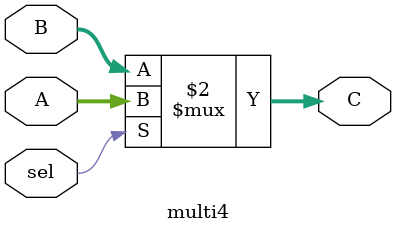
<source format=v>
`timescale 1ns/1ns 
module multi4(
    //entradas 
    input [31:0]A,
    input[31:0]B,
    input sel,
    //salidas 
    output reg[31:0]C
);
//Asignaciones, instancias, bloques secuenciales*
always @* C <= (sel) ? A: B;
endmodule 

</source>
